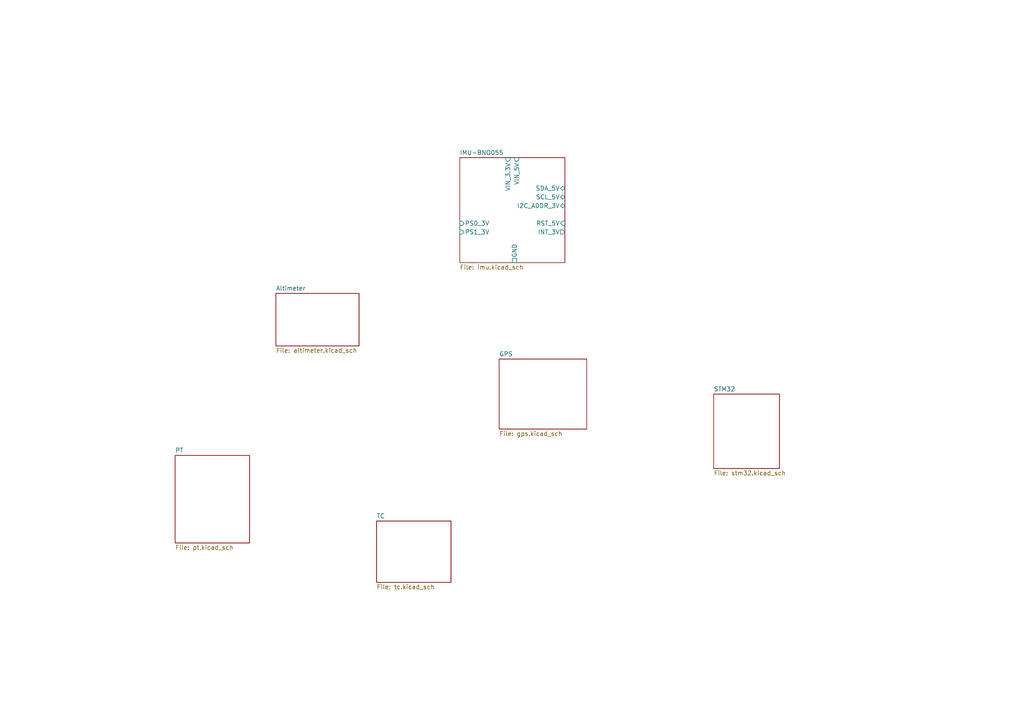
<source format=kicad_sch>
(kicad_sch (version 20230121) (generator eeschema)

  (uuid 56acc0c9-ccaf-416f-85e5-1bbe4db88f77)

  (paper "A4")

  (title_block
    (title "Atlas ECU Sensor Suit - R&D")
    (rev "v1.0")
    (company "UCI Rocket Project Liquids Team")
  )

  (lib_symbols
  )


  (sheet (at 144.78 104.14) (size 25.4 20.32) (fields_autoplaced)
    (stroke (width 0.1524) (type solid))
    (fill (color 0 0 0 0.0000))
    (uuid 2b3a7df9-346d-4a8c-bb09-9eb1cf212d46)
    (property "Sheetname" "GPS" (at 144.78 103.4284 0)
      (effects (font (size 1.27 1.27)) (justify left bottom))
    )
    (property "Sheetfile" "gps.kicad_sch" (at 144.78 125.0446 0)
      (effects (font (size 1.27 1.27)) (justify left top))
    )
    (instances
      (project "ECU-Atlas-SensorSuite"
        (path "/56acc0c9-ccaf-416f-85e5-1bbe4db88f77" (page "4"))
      )
    )
  )

  (sheet (at 109.22 151.13) (size 21.59 17.78) (fields_autoplaced)
    (stroke (width 0.1524) (type solid))
    (fill (color 0 0 0 0.0000))
    (uuid 861346e8-cf05-403f-9e5e-c6cc511c82c9)
    (property "Sheetname" "TC" (at 109.22 150.4184 0)
      (effects (font (size 1.27 1.27)) (justify left bottom))
    )
    (property "Sheetfile" "tc.kicad_sch" (at 109.22 169.4946 0)
      (effects (font (size 1.27 1.27)) (justify left top))
    )
    (instances
      (project "ECU-Atlas-SensorSuite"
        (path "/56acc0c9-ccaf-416f-85e5-1bbe4db88f77" (page "6"))
      )
    )
  )

  (sheet (at 80.01 85.09) (size 24.13 15.24) (fields_autoplaced)
    (stroke (width 0.1524) (type solid))
    (fill (color 0 0 0 0.0000))
    (uuid 90efb805-8950-4dab-92e5-b19fa5a56bac)
    (property "Sheetname" "Altimeter" (at 80.01 84.3784 0)
      (effects (font (size 1.27 1.27)) (justify left bottom))
    )
    (property "Sheetfile" "altimeter.kicad_sch" (at 80.01 100.9146 0)
      (effects (font (size 1.27 1.27)) (justify left top))
    )
    (instances
      (project "ECU-Atlas-SensorSuite"
        (path "/56acc0c9-ccaf-416f-85e5-1bbe4db88f77" (page "2"))
      )
    )
  )

  (sheet (at 50.8 132.08) (size 21.59 25.4) (fields_autoplaced)
    (stroke (width 0.1524) (type solid))
    (fill (color 0 0 0 0.0000))
    (uuid d0280f4b-fa7f-4581-a1d9-0e227753f043)
    (property "Sheetname" "PT" (at 50.8 131.3684 0)
      (effects (font (size 1.27 1.27)) (justify left bottom))
    )
    (property "Sheetfile" "pt.kicad_sch" (at 50.8 158.0646 0)
      (effects (font (size 1.27 1.27)) (justify left top))
    )
    (instances
      (project "ECU-Atlas-SensorSuite"
        (path "/56acc0c9-ccaf-416f-85e5-1bbe4db88f77" (page "5"))
      )
    )
  )

  (sheet (at 133.35 45.72) (size 30.48 30.48) (fields_autoplaced)
    (stroke (width 0.1524) (type solid))
    (fill (color 0 0 0 0.0000))
    (uuid d75cda54-f7e5-4316-bbbb-c1edbfc0da1f)
    (property "Sheetname" "IMU-BNO055" (at 133.35 45.0084 0)
      (effects (font (size 1.27 1.27)) (justify left bottom))
    )
    (property "Sheetfile" "imu.kicad_sch" (at 133.35 76.7846 0)
      (effects (font (size 1.27 1.27)) (justify left top))
    )
    (pin "GND" passive (at 149.225 76.2 270)
      (effects (font (size 1.27 1.27)) (justify left))
      (uuid e5736083-b9ed-4ebb-b2fd-bf706e6cbbcd)
    )
    (pin "VIN_3.3V" input (at 147.32 45.72 90)
      (effects (font (size 1.27 1.27)) (justify right))
      (uuid caac647d-eecb-4fee-817d-82656e3cf387)
    )
    (pin "PS0_3V" input (at 133.35 64.77 180)
      (effects (font (size 1.27 1.27)) (justify left))
      (uuid fcd7a0e8-9364-4e28-8628-33d06bd977aa)
    )
    (pin "VIN_5V" input (at 149.86 45.72 90)
      (effects (font (size 1.27 1.27)) (justify right))
      (uuid 080d8026-3258-4482-95fb-c3af5d5ee680)
    )
    (pin "SDA_5V" bidirectional (at 163.83 54.61 0)
      (effects (font (size 1.27 1.27)) (justify right))
      (uuid f108c7dc-4111-4d62-bf1f-68fb04195eba)
    )
    (pin "RST_5V" input (at 163.83 64.77 0)
      (effects (font (size 1.27 1.27)) (justify right))
      (uuid 03672a4e-7532-4567-ae87-2c7e2b0fb8b9)
    )
    (pin "SCL_5V" bidirectional (at 163.83 57.15 0)
      (effects (font (size 1.27 1.27)) (justify right))
      (uuid eb610a05-531e-416b-8d48-376b7cbf6c2a)
    )
    (pin "PS1_3V" input (at 133.35 67.31 180)
      (effects (font (size 1.27 1.27)) (justify left))
      (uuid 4db72956-f134-4ace-a9c4-b4eabd7d7820)
    )
    (pin "I2C_ADDR_3V" bidirectional (at 163.83 59.69 0)
      (effects (font (size 1.27 1.27)) (justify right))
      (uuid 2e8b051d-5eea-48a0-8b96-b7bc8051fb27)
    )
    (pin "INT_3V" output (at 163.83 67.31 0)
      (effects (font (size 1.27 1.27)) (justify right))
      (uuid da1de232-76bb-4f9a-8698-eddc26bffd74)
    )
    (instances
      (project "ECU-Atlas-SensorSuite"
        (path "/56acc0c9-ccaf-416f-85e5-1bbe4db88f77" (page "3"))
      )
    )
  )

  (sheet (at 207.01 114.3) (size 19.05 21.59) (fields_autoplaced)
    (stroke (width 0.1524) (type solid))
    (fill (color 0 0 0 0.0000))
    (uuid ebbc54b9-e630-432a-905b-c2f8d7d343a9)
    (property "Sheetname" "STM32" (at 207.01 113.5884 0)
      (effects (font (size 1.27 1.27)) (justify left bottom))
    )
    (property "Sheetfile" "stm32.kicad_sch" (at 207.01 136.4746 0)
      (effects (font (size 1.27 1.27)) (justify left top))
    )
    (instances
      (project "ECU-Atlas-SensorSuite"
        (path "/56acc0c9-ccaf-416f-85e5-1bbe4db88f77" (page "7"))
      )
    )
  )

  (sheet_instances
    (path "/" (page "1"))
  )
)

</source>
